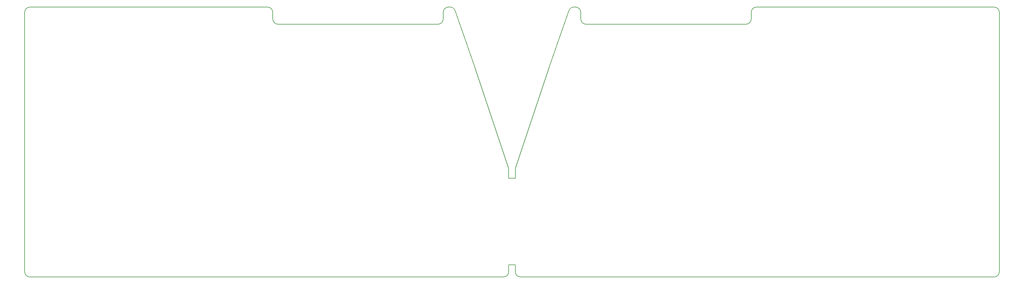
<source format=gm1>
G04 #@! TF.GenerationSoftware,KiCad,Pcbnew,7.0.5-0*
G04 #@! TF.CreationDate,2023-06-04T16:05:39+02:00*
G04 #@! TF.ProjectId,kbd,6b62642e-6b69-4636-9164-5f7063625858,v1.0.0*
G04 #@! TF.SameCoordinates,Original*
G04 #@! TF.FileFunction,Profile,NP*
%FSLAX46Y46*%
G04 Gerber Fmt 4.6, Leading zero omitted, Abs format (unit mm)*
G04 Created by KiCad (PCBNEW 7.0.5-0) date 2023-06-04 16:05:39*
%MOMM*%
%LPD*%
G01*
G04 APERTURE LIST*
G04 #@! TA.AperFunction,Profile*
%ADD10C,0.150000*%
G04 #@! TD*
G04 APERTURE END LIST*
D10*
X214793500Y-34605000D02*
X214793500Y-32651000D01*
X379665000Y-112085000D02*
G75*
G03*
X381265000Y-110485000I0J1600000D01*
G01*
X163795000Y-34605000D02*
G75*
G03*
X165395000Y-36205000I1600000J0D01*
G01*
X213193500Y-36205000D02*
G75*
G03*
X214793500Y-34605000I0J1600000D01*
G01*
X254386500Y-31051000D02*
X253924389Y-31051000D01*
X381265000Y-32651000D02*
G75*
G03*
X379665000Y-31051000I-1600000J0D01*
G01*
X305385000Y-36205000D02*
G75*
G03*
X306985000Y-34605000I0J1600000D01*
G01*
X165395000Y-36205000D02*
X213193500Y-36205000D01*
X234390000Y-79719644D02*
X234390000Y-82460000D01*
X216393500Y-31051000D02*
X216855611Y-31051000D01*
X246393327Y-49450429D02*
G75*
G03*
X246386797Y-49469612I1481273J-514971D01*
G01*
X255986500Y-34605000D02*
X255986500Y-32651000D01*
X255986500Y-34605000D02*
G75*
G03*
X257586500Y-36205000I1600000J0D01*
G01*
X216393500Y-31051000D02*
G75*
G03*
X214793500Y-32651000I0J-1600000D01*
G01*
X236390000Y-82460000D02*
X234390000Y-82460000D01*
X163795000Y-32651000D02*
G75*
G03*
X162195000Y-31051000I-1600000J0D01*
G01*
X232790000Y-112085000D02*
G75*
G03*
X234390000Y-110485000I0J1600000D01*
G01*
X234390000Y-108460000D02*
X236390000Y-108460000D01*
X237990000Y-112085000D02*
X379665000Y-112085000D01*
X379665000Y-31051000D02*
X308585000Y-31051000D01*
X91115000Y-31051000D02*
X162195000Y-31051000D01*
X252413025Y-32125853D02*
X246393326Y-49450429D01*
X306985000Y-32651000D02*
X306985000Y-34605000D01*
X232790000Y-112085000D02*
X91115000Y-112085000D01*
X236390000Y-108460000D02*
X236390000Y-110485000D01*
X234390000Y-108460000D02*
X234390000Y-110485000D01*
X381265000Y-110485000D02*
X381265000Y-32651000D01*
X308585000Y-31051000D02*
G75*
G03*
X306985000Y-32651000I0J-1600000D01*
G01*
X255986500Y-32651000D02*
G75*
G03*
X254386500Y-31051000I-1600000J0D01*
G01*
X253924389Y-31050990D02*
G75*
G03*
X252413026Y-32125853I11J-1600010D01*
G01*
X234389985Y-79719644D02*
G75*
G03*
X234307892Y-79213680I-1599985J44D01*
G01*
X236390000Y-110485000D02*
G75*
G03*
X237990000Y-112085000I1600000J0D01*
G01*
X163795000Y-32651000D02*
X163795000Y-34605000D01*
X218366975Y-32125853D02*
X224386674Y-49450429D01*
X305385000Y-36205000D02*
X257586500Y-36205000D01*
X89515000Y-110485000D02*
X89515000Y-32651000D01*
X224393203Y-49469612D02*
G75*
G03*
X224386674Y-49450429I-1532103J-510788D01*
G01*
X236390000Y-79719644D02*
X236390000Y-82460000D01*
X91115000Y-31051000D02*
G75*
G03*
X89515000Y-32651000I0J-1600000D01*
G01*
X246386796Y-49469612D02*
X236472107Y-79213680D01*
X89515000Y-110485000D02*
G75*
G03*
X91115000Y-112085000I1600000J0D01*
G01*
X224393204Y-49469612D02*
X234307893Y-79213680D01*
X218366965Y-32125856D02*
G75*
G03*
X216855611Y-31051000I-1511365J-525144D01*
G01*
X236472093Y-79213675D02*
G75*
G03*
X236390000Y-79719644I1517907J-505925D01*
G01*
M02*

</source>
